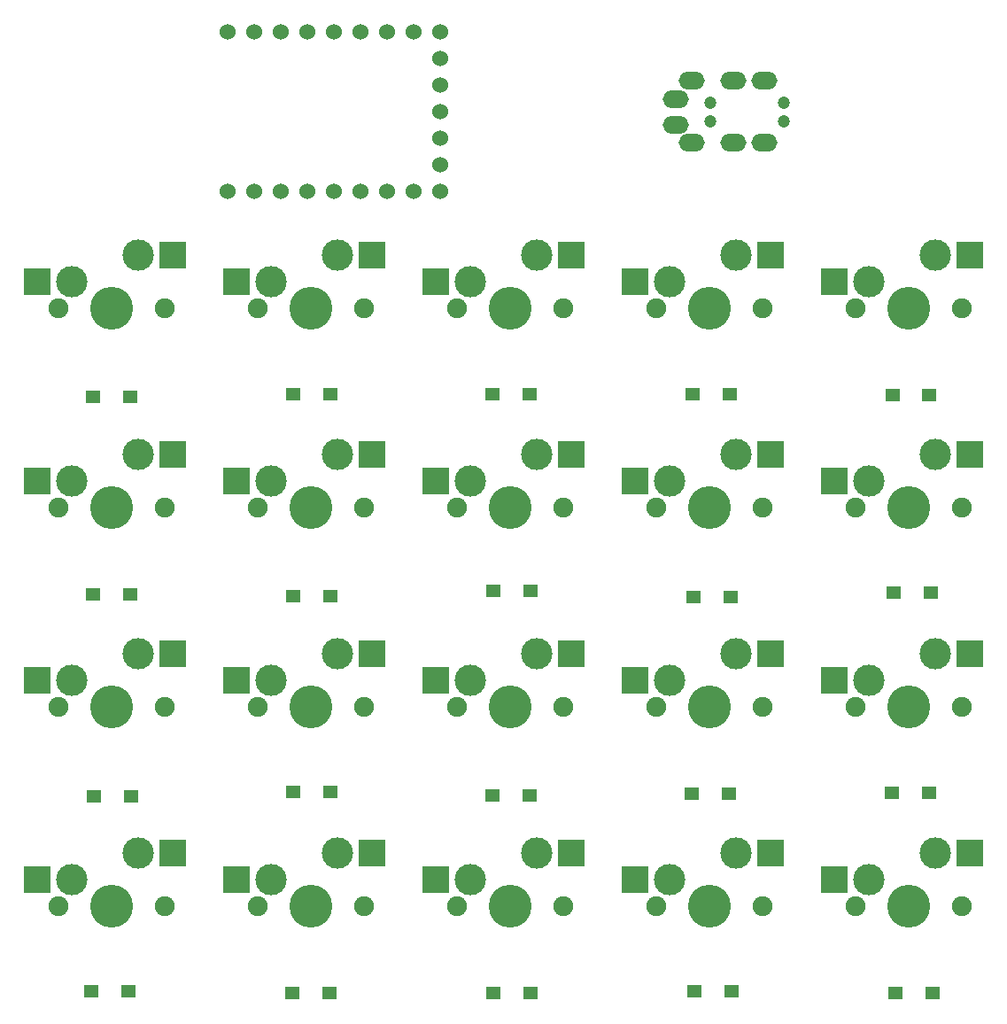
<source format=gbr>
%TF.GenerationSoftware,KiCad,Pcbnew,7.0.1-0*%
%TF.CreationDate,2023-09-06T07:02:58+09:00*%
%TF.ProjectId,jisaku20rp_right,6a697361-6b75-4323-9072-705f72696768,rev?*%
%TF.SameCoordinates,Original*%
%TF.FileFunction,Soldermask,Bot*%
%TF.FilePolarity,Negative*%
%FSLAX46Y46*%
G04 Gerber Fmt 4.6, Leading zero omitted, Abs format (unit mm)*
G04 Created by KiCad (PCBNEW 7.0.1-0) date 2023-09-06 07:02:58*
%MOMM*%
%LPD*%
G01*
G04 APERTURE LIST*
%ADD10C,1.200000*%
%ADD11O,2.500000X1.700000*%
%ADD12C,1.900000*%
%ADD13C,3.000000*%
%ADD14C,4.100000*%
%ADD15R,2.550000X2.500000*%
%ADD16C,1.524000*%
%ADD17R,1.400000X1.300000*%
G04 APERTURE END LIST*
D10*
%TO.C,J1*%
X64240000Y19640000D03*
X57240000Y19640000D03*
X64240000Y17890000D03*
X57240000Y17890000D03*
D11*
X53940000Y19990000D03*
X53940000Y17540000D03*
X62440000Y21740000D03*
X62440000Y15790000D03*
X59440000Y21740000D03*
X59440000Y15790000D03*
X55440000Y21740000D03*
X55440000Y15790000D03*
%TD*%
D12*
%TO.C,SW15*%
X71120000Y-38100000D03*
D13*
X72390000Y-35560000D03*
D14*
X76200000Y-38100000D03*
D13*
X78740000Y-33020000D03*
D12*
X81280000Y-38100000D03*
D15*
X69115000Y-35560000D03*
X82042000Y-33020000D03*
%TD*%
D12*
%TO.C,SW1*%
X-5080000Y0D03*
D13*
X-3810000Y2540000D03*
D14*
X0Y0D03*
D13*
X2540000Y5080000D03*
D12*
X5080000Y0D03*
D15*
X-7085000Y2540000D03*
X5842000Y5080000D03*
%TD*%
D12*
%TO.C,SW14*%
X52070000Y-38100000D03*
D13*
X53340000Y-35560000D03*
D14*
X57150000Y-38100000D03*
D13*
X59690000Y-33020000D03*
D12*
X62230000Y-38100000D03*
D15*
X50065000Y-35560000D03*
X62992000Y-33020000D03*
%TD*%
D12*
%TO.C,SW2*%
X13970000Y0D03*
D13*
X15240000Y2540000D03*
D14*
X19050000Y0D03*
D13*
X21590000Y5080000D03*
D12*
X24130000Y0D03*
D15*
X11965000Y2540000D03*
X24892000Y5080000D03*
%TD*%
D12*
%TO.C,SW17*%
X13970000Y-57150000D03*
D13*
X15240000Y-54610000D03*
D14*
X19050000Y-57150000D03*
D13*
X21590000Y-52070000D03*
D12*
X24130000Y-57150000D03*
D15*
X11965000Y-54610000D03*
X24892000Y-52070000D03*
%TD*%
D16*
%TO.C,U2*%
X11110000Y26410000D03*
X13650000Y26410000D03*
X16190000Y26410000D03*
X18730000Y26410000D03*
X21270000Y26410000D03*
X23810000Y26410000D03*
X26350000Y26410000D03*
X28890000Y26410000D03*
X31430000Y26410000D03*
X31430000Y23870000D03*
X31430000Y21330000D03*
X31430000Y18790000D03*
X31430000Y16250000D03*
X31430000Y13710000D03*
X31430000Y11170000D03*
X28890000Y11170000D03*
X26350000Y11170000D03*
X23810000Y11170000D03*
X21270000Y11170000D03*
X18730000Y11170000D03*
X16190000Y11170000D03*
X13650000Y11170000D03*
X11110000Y11170000D03*
%TD*%
D12*
%TO.C,SW5*%
X71120000Y0D03*
D13*
X72390000Y2540000D03*
D14*
X76200000Y0D03*
D13*
X78740000Y5080000D03*
D12*
X81280000Y0D03*
D15*
X69115000Y2540000D03*
X82042000Y5080000D03*
%TD*%
D12*
%TO.C,SW7*%
X13970000Y-19050000D03*
D13*
X15240000Y-16510000D03*
D14*
X19050000Y-19050000D03*
D13*
X21590000Y-13970000D03*
D12*
X24130000Y-19050000D03*
D15*
X11965000Y-16510000D03*
X24892000Y-13970000D03*
%TD*%
D12*
%TO.C,SW20*%
X71120000Y-57150000D03*
D13*
X72390000Y-54610000D03*
D14*
X76200000Y-57150000D03*
D13*
X78740000Y-52070000D03*
D12*
X81280000Y-57150000D03*
D15*
X69115000Y-54610000D03*
X82042000Y-52070000D03*
%TD*%
D12*
%TO.C,SW8*%
X33020000Y-19050000D03*
D13*
X34290000Y-16510000D03*
D14*
X38100000Y-19050000D03*
D13*
X40640000Y-13970000D03*
D12*
X43180000Y-19050000D03*
D15*
X31015000Y-16510000D03*
X43942000Y-13970000D03*
%TD*%
D12*
%TO.C,SW10*%
X71120000Y-19050000D03*
D13*
X72390000Y-16510000D03*
D14*
X76200000Y-19050000D03*
D13*
X78740000Y-13970000D03*
D12*
X81280000Y-19050000D03*
D15*
X69115000Y-16510000D03*
X82042000Y-13970000D03*
%TD*%
D12*
%TO.C,SW3*%
X33020000Y0D03*
D13*
X34290000Y2540000D03*
D14*
X38100000Y0D03*
D13*
X40640000Y5080000D03*
D12*
X43180000Y0D03*
D15*
X31015000Y2540000D03*
X43942000Y5080000D03*
%TD*%
D12*
%TO.C,SW16*%
X-5080000Y-57150000D03*
D13*
X-3810000Y-54610000D03*
D14*
X0Y-57150000D03*
D13*
X2540000Y-52070000D03*
D12*
X5080000Y-57150000D03*
D15*
X-7085000Y-54610000D03*
X5842000Y-52070000D03*
%TD*%
D12*
%TO.C,SW18*%
X33020000Y-57150000D03*
D13*
X34290000Y-54610000D03*
D14*
X38100000Y-57150000D03*
D13*
X40640000Y-52070000D03*
D12*
X43180000Y-57150000D03*
D15*
X31015000Y-54610000D03*
X43942000Y-52070000D03*
%TD*%
D12*
%TO.C,SW12*%
X13970000Y-38100000D03*
D13*
X15240000Y-35560000D03*
D14*
X19050000Y-38100000D03*
D13*
X21590000Y-33020000D03*
D12*
X24130000Y-38100000D03*
D15*
X11965000Y-35560000D03*
X24892000Y-33020000D03*
%TD*%
D12*
%TO.C,SW9*%
X52070000Y-19050000D03*
D13*
X53340000Y-16510000D03*
D14*
X57150000Y-19050000D03*
D13*
X59690000Y-13970000D03*
D12*
X62230000Y-19050000D03*
D15*
X50065000Y-16510000D03*
X62992000Y-13970000D03*
%TD*%
D12*
%TO.C,SW11*%
X-5080000Y-38100000D03*
D13*
X-3810000Y-35560000D03*
D14*
X0Y-38100000D03*
D13*
X2540000Y-33020000D03*
D12*
X5080000Y-38100000D03*
D15*
X-7085000Y-35560000D03*
X5842000Y-33020000D03*
%TD*%
D12*
%TO.C,SW6*%
X-5080000Y-19050000D03*
D13*
X-3810000Y-16510000D03*
D14*
X0Y-19050000D03*
D13*
X2540000Y-13970000D03*
D12*
X5080000Y-19050000D03*
D15*
X-7085000Y-16510000D03*
X5842000Y-13970000D03*
%TD*%
D12*
%TO.C,SW4*%
X52070000Y0D03*
D13*
X53340000Y2540000D03*
D14*
X57150000Y0D03*
D13*
X59690000Y5080000D03*
D12*
X62230000Y0D03*
D15*
X50065000Y2540000D03*
X62992000Y5080000D03*
%TD*%
D12*
%TO.C,SW13*%
X33020000Y-38100000D03*
D13*
X34290000Y-35560000D03*
D14*
X38100000Y-38100000D03*
D13*
X40640000Y-33020000D03*
D12*
X43180000Y-38100000D03*
D15*
X31015000Y-35560000D03*
X43942000Y-33020000D03*
%TD*%
D12*
%TO.C,SW19*%
X52070000Y-57150000D03*
D13*
X53340000Y-54610000D03*
D14*
X57150000Y-57150000D03*
D13*
X59690000Y-52070000D03*
D12*
X62230000Y-57150000D03*
D15*
X50065000Y-54610000D03*
X62992000Y-52070000D03*
%TD*%
D17*
%TO.C,D15*%
X74585000Y-46332500D03*
X78135000Y-46332500D03*
%TD*%
%TO.C,D11*%
X-1705000Y-46640000D03*
X1845000Y-46640000D03*
%TD*%
%TO.C,D4*%
X55555000Y-8240000D03*
X59105000Y-8240000D03*
%TD*%
%TO.C,D6*%
X-1725000Y-27340000D03*
X1825000Y-27340000D03*
%TD*%
%TO.C,D9*%
X55665000Y-27630000D03*
X59215000Y-27630000D03*
%TD*%
%TO.C,D8*%
X36535000Y-27050000D03*
X40085000Y-27050000D03*
%TD*%
%TO.C,D20*%
X74920000Y-65430000D03*
X78470000Y-65430000D03*
%TD*%
%TO.C,D17*%
X17286250Y-65430000D03*
X20836250Y-65430000D03*
%TD*%
%TO.C,D12*%
X17367500Y-46230000D03*
X20917500Y-46230000D03*
%TD*%
%TO.C,D10*%
X74795000Y-27195000D03*
X78345000Y-27195000D03*
%TD*%
%TO.C,D5*%
X74655000Y-8300000D03*
X78205000Y-8300000D03*
%TD*%
%TO.C,D13*%
X36440000Y-46537500D03*
X39990000Y-46537500D03*
%TD*%
%TO.C,D1*%
X-1745000Y-8510000D03*
X1805000Y-8510000D03*
%TD*%
%TO.C,D14*%
X55512500Y-46435000D03*
X59062500Y-46435000D03*
%TD*%
%TO.C,D7*%
X17405000Y-27485000D03*
X20955000Y-27485000D03*
%TD*%
%TO.C,D3*%
X36455000Y-8240000D03*
X40005000Y-8240000D03*
%TD*%
%TO.C,D19*%
X55708750Y-65300000D03*
X59258750Y-65300000D03*
%TD*%
%TO.C,D18*%
X36497500Y-65430000D03*
X40047500Y-65430000D03*
%TD*%
%TO.C,D16*%
X-1925000Y-65300000D03*
X1625000Y-65300000D03*
%TD*%
%TO.C,D2*%
X17355000Y-8240000D03*
X20905000Y-8240000D03*
%TD*%
M02*

</source>
